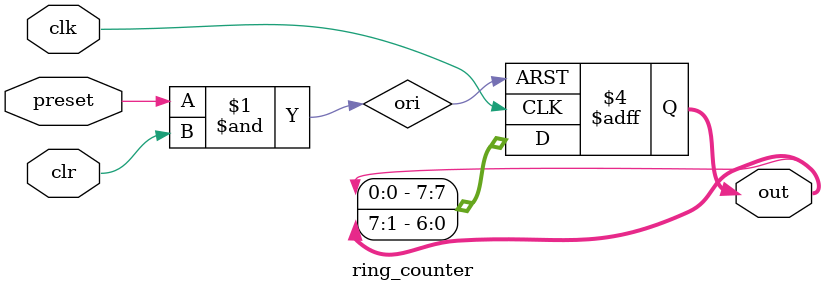
<source format=v>
module ring_counter(preset,clr,clk,out);
  parameter width=8;
  input preset,clr,clk;
  output reg [width-1:0] out;
  wire ori;
  
  assign ori = preset & clr;
  
  always@(negedge clk or negedge ori)
    begin
	 
	 if(!ori)
       begin 
         out [width-2:0] <= 0; 
         out [width-1] <= 1; 
       end 
	 else 
       out <= {out[0],out[width-1:1]};
     
    end
 
endmodule 

</source>
